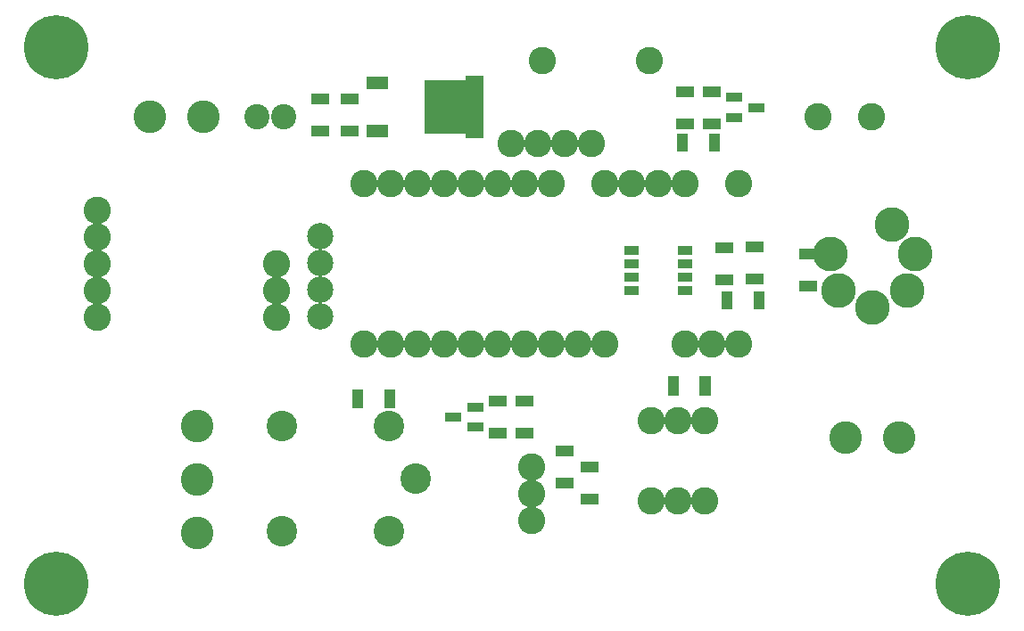
<source format=gbr>
%FSLAX34Y34*%
%MOMM*%
%LNSOLDERMASK_TOP*%
G71*
G01*
%ADD10C, 2.60*%
%ADD11C, 3.30*%
%ADD12R, 1.47X0.85*%
%ADD13C, 2.90*%
%ADD14R, 1.60X0.90*%
%ADD15R, 1.80X1.07*%
%ADD16C, 2.60*%
%ADD17C, 2.60*%
%ADD18C, 3.10*%
%ADD19R, 2.10X1.20*%
%ADD20C, 2.40*%
%ADD21R, 1.80X5.90*%
%ADD22R, 5.30X5.20*%
%ADD23R, 1.07X1.80*%
%ADD24C, 6.10*%
%ADD25C, 2.50*%
%ADD26C, 2.60*%
%LPD*%
X692630Y825547D02*
G54D10*
D03*
X641830Y825547D02*
G54D10*
D03*
X616429Y825545D02*
G54D10*
D03*
X591030Y825547D02*
G54D10*
D03*
X565630Y825550D02*
G54D10*
D03*
X514829Y825545D02*
G54D10*
D03*
X489430Y825547D02*
G54D10*
D03*
X464030Y825547D02*
G54D10*
D03*
X692630Y673147D02*
G54D10*
D03*
X667230Y673147D02*
G54D10*
D03*
X641830Y673147D02*
G54D10*
D03*
X565630Y673147D02*
G54D10*
D03*
X540230Y673147D02*
G54D10*
D03*
X514830Y673147D02*
G54D10*
D03*
X489430Y673147D02*
G54D10*
D03*
X464030Y673147D02*
G54D10*
D03*
X438630Y825547D02*
G54D10*
D03*
X413230Y825547D02*
G54D10*
D03*
X387830Y825547D02*
G54D10*
D03*
X362430Y825547D02*
G54D10*
D03*
X337030Y825547D02*
G54D10*
D03*
X438630Y673147D02*
G54D10*
D03*
X413230Y673147D02*
G54D10*
D03*
X387830Y673147D02*
G54D10*
D03*
X362430Y673147D02*
G54D10*
D03*
X337030Y673147D02*
G54D10*
D03*
X83900Y800100D02*
G54D10*
D03*
X83900Y774700D02*
G54D10*
D03*
X83900Y749300D02*
G54D10*
D03*
X83900Y723900D02*
G54D10*
D03*
X83900Y698500D02*
G54D10*
D03*
X476800Y863600D02*
G54D10*
D03*
X502200Y863600D02*
G54D10*
D03*
X527600Y863600D02*
G54D10*
D03*
X553000Y863600D02*
G54D10*
D03*
X819674Y707852D02*
G54D11*
D03*
X787244Y723452D02*
G54D11*
D03*
X852099Y723453D02*
G54D11*
D03*
X779204Y758552D02*
G54D11*
D03*
X860144Y758539D02*
G54D11*
D03*
X837774Y786702D02*
G54D11*
D03*
X641846Y762131D02*
G54D12*
D03*
X641846Y749431D02*
G54D12*
D03*
X641846Y736731D02*
G54D12*
D03*
X641846Y724031D02*
G54D12*
D03*
X591046Y724031D02*
G54D12*
D03*
X591046Y736731D02*
G54D12*
D03*
X591046Y749431D02*
G54D12*
D03*
X591046Y762131D02*
G54D12*
D03*
X258858Y594858D02*
G54D13*
D03*
X258858Y494858D02*
G54D13*
D03*
X360458Y494858D02*
G54D13*
D03*
X360458Y594858D02*
G54D13*
D03*
X385858Y544858D02*
G54D13*
D03*
X442444Y593854D02*
G54D14*
D03*
X442444Y612854D02*
G54D14*
D03*
X421444Y603354D02*
G54D14*
D03*
X463562Y588134D02*
G54D15*
D03*
X463562Y618534D02*
G54D15*
D03*
X488962Y588134D02*
G54D15*
D03*
X488962Y618534D02*
G54D15*
D03*
X660509Y599915D02*
G54D16*
D03*
X635110Y599910D02*
G54D16*
D03*
X609709Y599915D02*
G54D16*
D03*
X660509Y523715D02*
G54D16*
D03*
X635109Y523715D02*
G54D16*
D03*
X609709Y523715D02*
G54D16*
D03*
G36*
X625129Y642043D02*
X635829Y642043D01*
X635829Y624043D01*
X625129Y624043D01*
X625129Y642043D01*
G37*
G36*
X655529Y642043D02*
X666229Y642043D01*
X666229Y624043D01*
X655529Y624043D01*
X655529Y642043D01*
G37*
X496147Y555872D02*
G54D17*
D03*
X496118Y530518D02*
G54D17*
D03*
X496147Y505072D02*
G54D17*
D03*
X527036Y540837D02*
G54D15*
D03*
X527036Y571237D02*
G54D15*
D03*
X551408Y555768D02*
G54D15*
D03*
X551408Y525369D02*
G54D15*
D03*
X178139Y594858D02*
G54D18*
D03*
X178139Y544058D02*
G54D18*
D03*
X178139Y493258D02*
G54D18*
D03*
X794293Y584249D02*
G54D18*
D03*
X845092Y584250D02*
G54D18*
D03*
X678678Y764555D02*
G54D15*
D03*
X678678Y734155D02*
G54D15*
D03*
X688313Y907069D02*
G54D14*
D03*
X688313Y888069D02*
G54D14*
D03*
X709313Y897569D02*
G54D14*
D03*
X667195Y912789D02*
G54D15*
D03*
X667195Y882389D02*
G54D15*
D03*
X641795Y912789D02*
G54D15*
D03*
X641795Y882389D02*
G54D15*
D03*
X349756Y920692D02*
G54D19*
D03*
X349856Y875092D02*
G54D19*
D03*
X295497Y905930D02*
G54D15*
D03*
X295497Y875530D02*
G54D15*
D03*
X323032Y905943D02*
G54D15*
D03*
X323032Y875543D02*
G54D15*
D03*
X235486Y888974D02*
G54D20*
D03*
X260886Y888974D02*
G54D20*
D03*
X441790Y897795D02*
G54D21*
D03*
X420289Y897830D02*
G54D22*
D03*
X133890Y889050D02*
G54D18*
D03*
X184692Y889050D02*
G54D18*
D03*
X711854Y714273D02*
G54D23*
D03*
X681455Y714273D02*
G54D23*
D03*
X45000Y955000D02*
G54D24*
D03*
X910000Y955000D02*
G54D24*
D03*
X910000Y445000D02*
G54D24*
D03*
X45000Y445000D02*
G54D24*
D03*
X707245Y764966D02*
G54D15*
D03*
X707245Y734566D02*
G54D15*
D03*
X295000Y698800D02*
G54D25*
D03*
X295000Y724200D02*
G54D25*
D03*
X295000Y749600D02*
G54D25*
D03*
X295000Y775000D02*
G54D25*
D03*
X254000Y749300D02*
G54D16*
D03*
X254000Y723900D02*
G54D16*
D03*
X254000Y698500D02*
G54D16*
D03*
G36*
X325606Y629497D02*
X336306Y629498D01*
X336306Y611498D01*
X325606Y611497D01*
X325606Y629497D01*
G37*
G36*
X356005Y629498D02*
X366705Y629498D01*
X366706Y611498D01*
X356006Y611498D01*
X356005Y629498D01*
G37*
X758547Y758215D02*
G54D15*
D03*
X758547Y727816D02*
G54D15*
D03*
X506200Y942000D02*
G54D26*
D03*
X607800Y942000D02*
G54D26*
D03*
X669342Y864231D02*
G54D23*
D03*
X638942Y864231D02*
G54D23*
D03*
X767517Y889000D02*
G54D26*
D03*
X818317Y889000D02*
G54D26*
D03*
M02*

</source>
